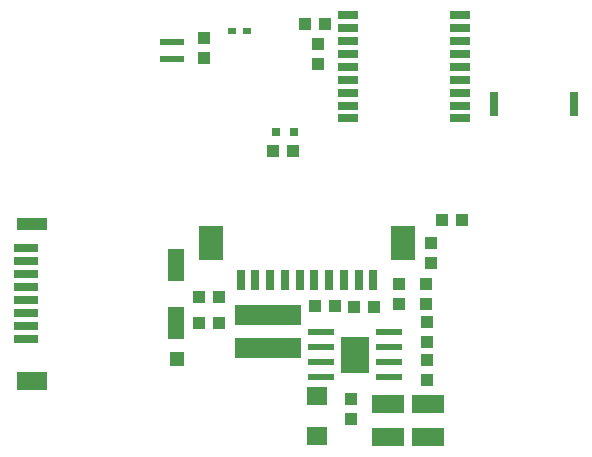
<source format=gbr>
G04 EAGLE Gerber RS-274X export*
G75*
%MOMM*%
%FSLAX34Y34*%
%LPD*%
%INSolderpaste Top*%
%IPPOS*%
%AMOC8*
5,1,8,0,0,1.08239X$1,22.5*%
G01*
%ADD10R,0.800000X1.800000*%
%ADD11R,2.100000X3.000000*%
%ADD12R,1.100000X1.000000*%
%ADD13R,1.000000X1.100000*%
%ADD14R,0.800000X0.800000*%
%ADD15R,1.800000X0.800000*%
%ADD16R,1.800000X0.700000*%
%ADD17R,0.750000X2.000000*%
%ADD18R,2.000000X0.600000*%
%ADD19R,0.700000X0.500000*%
%ADD20R,2.600000X1.000000*%
%ADD21R,2.000000X0.700000*%
%ADD22R,2.600000X1.500000*%
%ADD23R,1.400000X2.700000*%
%ADD24R,1.200000X1.200000*%
%ADD25R,5.700000X1.700000*%
%ADD26R,2.700000X1.600000*%
%ADD27R,2.200000X0.500000*%
%ADD28R,2.400000X3.100000*%
%ADD29R,1.676400X1.524000*%


D10*
X506986Y106608D03*
X494486Y106608D03*
X481986Y106608D03*
X469486Y106608D03*
X456986Y106608D03*
X444486Y106608D03*
X431986Y106608D03*
X419486Y106608D03*
X406986Y106608D03*
X394486Y106608D03*
D11*
X531986Y137858D03*
X369486Y137858D03*
D12*
X551334Y85622D03*
X551334Y102622D03*
X555904Y137428D03*
X555904Y120428D03*
D13*
X438980Y215742D03*
X421980Y215742D03*
D14*
X439878Y231448D03*
X424878Y231448D03*
D15*
X580286Y253981D03*
X580286Y264981D03*
X580286Y275981D03*
X580286Y286981D03*
X580286Y297981D03*
X580286Y308981D03*
X580286Y319981D03*
D16*
X580286Y330481D03*
X580286Y243481D03*
D15*
X485286Y253981D03*
X485286Y264981D03*
X485286Y275981D03*
X485286Y286981D03*
X485286Y297981D03*
X485286Y308981D03*
X485286Y319981D03*
D16*
X485286Y330481D03*
X485286Y243481D03*
D13*
X465942Y323318D03*
X448942Y323318D03*
D12*
X460096Y305922D03*
X460096Y288922D03*
D17*
X608795Y254868D03*
X676795Y254868D03*
D18*
X336682Y293412D03*
X336682Y307412D03*
D12*
X363444Y311542D03*
X363444Y294542D03*
D19*
X400132Y317078D03*
X387132Y317078D03*
D20*
X217791Y154039D03*
D21*
X212791Y56039D03*
X212791Y67039D03*
X212791Y78039D03*
X212791Y89039D03*
X212791Y100039D03*
X212791Y111039D03*
X212791Y122039D03*
X212791Y133039D03*
D22*
X217791Y20539D03*
D23*
X339791Y119039D03*
X339791Y70039D03*
D24*
X340791Y39539D03*
D12*
X528910Y103196D03*
X528910Y86196D03*
D25*
X417979Y48379D03*
X417979Y76379D03*
D13*
X474787Y83847D03*
X457787Y83847D03*
X507352Y83478D03*
X490352Y83478D03*
X488255Y-11710D03*
X488255Y5290D03*
D26*
X519280Y1681D03*
X519280Y-26319D03*
D12*
X376305Y92005D03*
X359305Y92005D03*
D26*
X552824Y1632D03*
X552824Y-26369D03*
D12*
X376625Y70128D03*
X359625Y70128D03*
D27*
X520160Y23775D03*
X520160Y36475D03*
X520160Y49475D03*
X520160Y62175D03*
X462660Y62175D03*
X462660Y49475D03*
X462660Y36475D03*
X462660Y23775D03*
D28*
X491410Y42975D03*
D29*
X458950Y-26175D03*
X458950Y7861D03*
D12*
X552504Y70906D03*
X552504Y53906D03*
X552632Y38553D03*
X552632Y21553D03*
D13*
X565032Y157480D03*
X582032Y157480D03*
M02*

</source>
